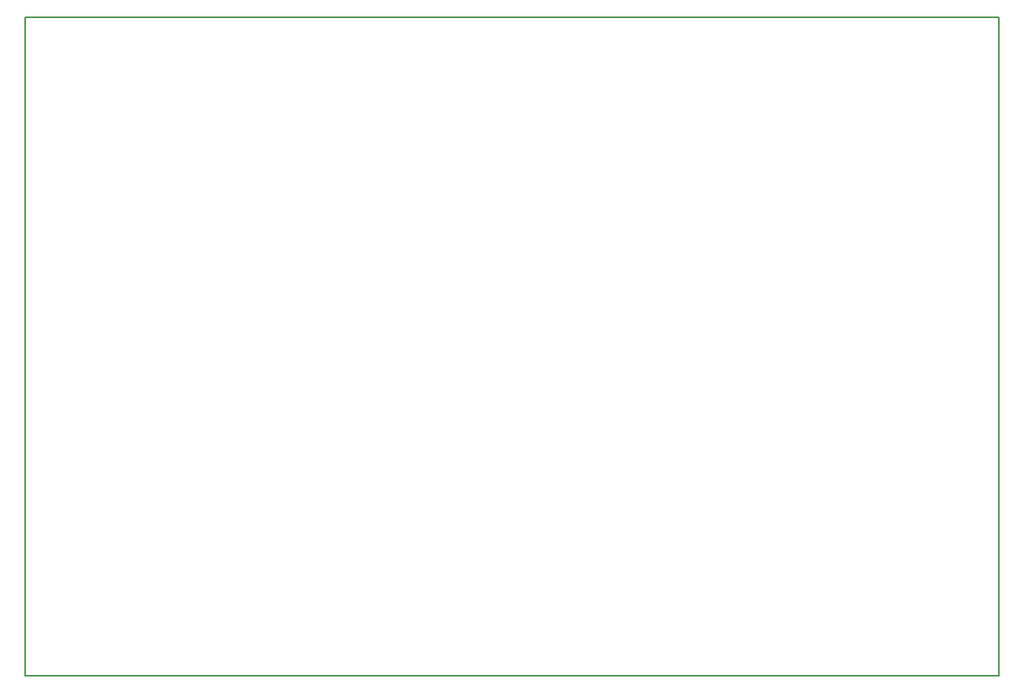
<source format=gm1>
%FSLAX24Y24*%
%MOIN*%
G70*
G01*
G75*
G04 Layer_Color=16711935*
%ADD10C,0.0650*%
%ADD11R,0.0402X0.0118*%
G04:AMPARAMS|DCode=12|XSize=105mil|YSize=105mil|CornerRadius=26.3mil|HoleSize=0mil|Usage=FLASHONLY|Rotation=180.000|XOffset=0mil|YOffset=0mil|HoleType=Round|Shape=RoundedRectangle|*
%AMROUNDEDRECTD12*
21,1,0.1050,0.0525,0,0,180.0*
21,1,0.0525,0.1050,0,0,180.0*
1,1,0.0525,-0.0263,0.0263*
1,1,0.0525,0.0263,0.0263*
1,1,0.0525,0.0263,-0.0263*
1,1,0.0525,-0.0263,-0.0263*
%
%ADD12ROUNDEDRECTD12*%
%ADD13C,0.0600*%
G04:AMPARAMS|DCode=14|XSize=50mil|YSize=50mil|CornerRadius=25mil|HoleSize=0mil|Usage=FLASHONLY|Rotation=90.000|XOffset=0mil|YOffset=0mil|HoleType=Round|Shape=RoundedRectangle|*
%AMROUNDEDRECTD14*
21,1,0.0500,0.0000,0,0,90.0*
21,1,0.0000,0.0500,0,0,90.0*
1,1,0.0500,0.0000,0.0000*
1,1,0.0500,0.0000,0.0000*
1,1,0.0500,0.0000,0.0000*
1,1,0.0500,0.0000,0.0000*
%
%ADD14ROUNDEDRECTD14*%
G04:AMPARAMS|DCode=15|XSize=29.1mil|YSize=39.4mil|CornerRadius=5.8mil|HoleSize=0mil|Usage=FLASHONLY|Rotation=90.000|XOffset=0mil|YOffset=0mil|HoleType=Round|Shape=RoundedRectangle|*
%AMROUNDEDRECTD15*
21,1,0.0291,0.0277,0,0,90.0*
21,1,0.0175,0.0394,0,0,90.0*
1,1,0.0117,0.0139,0.0087*
1,1,0.0117,0.0139,-0.0087*
1,1,0.0117,-0.0139,-0.0087*
1,1,0.0117,-0.0139,0.0087*
%
%ADD15ROUNDEDRECTD15*%
G04:AMPARAMS|DCode=16|XSize=29.1mil|YSize=39.4mil|CornerRadius=5.8mil|HoleSize=0mil|Usage=FLASHONLY|Rotation=180.000|XOffset=0mil|YOffset=0mil|HoleType=Round|Shape=RoundedRectangle|*
%AMROUNDEDRECTD16*
21,1,0.0291,0.0277,0,0,180.0*
21,1,0.0175,0.0394,0,0,180.0*
1,1,0.0117,-0.0087,0.0139*
1,1,0.0117,0.0087,0.0139*
1,1,0.0117,0.0087,-0.0139*
1,1,0.0117,-0.0087,-0.0139*
%
%ADD16ROUNDEDRECTD16*%
%ADD17R,0.1673X0.0465*%
G04:AMPARAMS|DCode=18|XSize=22mil|YSize=24mil|CornerRadius=4.4mil|HoleSize=0mil|Usage=FLASHONLY|Rotation=180.000|XOffset=0mil|YOffset=0mil|HoleType=Round|Shape=RoundedRectangle|*
%AMROUNDEDRECTD18*
21,1,0.0220,0.0152,0,0,180.0*
21,1,0.0132,0.0240,0,0,180.0*
1,1,0.0088,-0.0066,0.0076*
1,1,0.0088,0.0066,0.0076*
1,1,0.0088,0.0066,-0.0076*
1,1,0.0088,-0.0066,-0.0076*
%
%ADD18ROUNDEDRECTD18*%
G04:AMPARAMS|DCode=19|XSize=22mil|YSize=24mil|CornerRadius=4.4mil|HoleSize=0mil|Usage=FLASHONLY|Rotation=90.000|XOffset=0mil|YOffset=0mil|HoleType=Round|Shape=RoundedRectangle|*
%AMROUNDEDRECTD19*
21,1,0.0220,0.0152,0,0,90.0*
21,1,0.0132,0.0240,0,0,90.0*
1,1,0.0088,0.0076,0.0066*
1,1,0.0088,0.0076,-0.0066*
1,1,0.0088,-0.0076,-0.0066*
1,1,0.0088,-0.0076,0.0066*
%
%ADD19ROUNDEDRECTD19*%
G04:AMPARAMS|DCode=20|XSize=52mil|YSize=60mil|CornerRadius=13mil|HoleSize=0mil|Usage=FLASHONLY|Rotation=0.000|XOffset=0mil|YOffset=0mil|HoleType=Round|Shape=RoundedRectangle|*
%AMROUNDEDRECTD20*
21,1,0.0520,0.0340,0,0,0.0*
21,1,0.0260,0.0600,0,0,0.0*
1,1,0.0260,0.0130,-0.0170*
1,1,0.0260,-0.0130,-0.0170*
1,1,0.0260,-0.0130,0.0170*
1,1,0.0260,0.0130,0.0170*
%
%ADD20ROUNDEDRECTD20*%
G04:AMPARAMS|DCode=21|XSize=52mil|YSize=60mil|CornerRadius=13mil|HoleSize=0mil|Usage=FLASHONLY|Rotation=270.000|XOffset=0mil|YOffset=0mil|HoleType=Round|Shape=RoundedRectangle|*
%AMROUNDEDRECTD21*
21,1,0.0520,0.0340,0,0,270.0*
21,1,0.0260,0.0600,0,0,270.0*
1,1,0.0260,-0.0170,-0.0130*
1,1,0.0260,-0.0170,0.0130*
1,1,0.0260,0.0170,0.0130*
1,1,0.0260,0.0170,-0.0130*
%
%ADD21ROUNDEDRECTD21*%
%ADD22R,0.0433X0.0669*%
%ADD23R,0.0200X0.0260*%
%ADD24R,0.0543X0.0709*%
G04:AMPARAMS|DCode=25|XSize=63mil|YSize=71mil|CornerRadius=15.8mil|HoleSize=0mil|Usage=FLASHONLY|Rotation=270.000|XOffset=0mil|YOffset=0mil|HoleType=Round|Shape=RoundedRectangle|*
%AMROUNDEDRECTD25*
21,1,0.0630,0.0395,0,0,270.0*
21,1,0.0315,0.0710,0,0,270.0*
1,1,0.0315,-0.0198,-0.0158*
1,1,0.0315,-0.0198,0.0158*
1,1,0.0315,0.0198,0.0158*
1,1,0.0315,0.0198,-0.0158*
%
%ADD25ROUNDEDRECTD25*%
%ADD26R,0.0500X0.0150*%
%ADD27R,0.0790X0.0790*%
%ADD28R,0.0790X0.0790*%
%ADD29R,0.0280X0.0200*%
%ADD30R,0.0200X0.0280*%
%ADD31R,0.0360X0.0320*%
%ADD32R,0.1260X0.0630*%
%ADD33R,0.0240X0.0240*%
%ADD34R,0.0354X0.1299*%
%ADD35R,0.0420X0.0520*%
%ADD36R,0.0480X0.0480*%
%ADD37R,0.0480X0.0480*%
G04:AMPARAMS|DCode=38|XSize=40mil|YSize=40mil|CornerRadius=20mil|HoleSize=0mil|Usage=FLASHONLY|Rotation=0.000|XOffset=0mil|YOffset=0mil|HoleType=Round|Shape=RoundedRectangle|*
%AMROUNDEDRECTD38*
21,1,0.0400,0.0000,0,0,0.0*
21,1,0.0000,0.0400,0,0,0.0*
1,1,0.0400,0.0000,0.0000*
1,1,0.0400,0.0000,0.0000*
1,1,0.0400,0.0000,0.0000*
1,1,0.0400,0.0000,0.0000*
%
%ADD38ROUNDEDRECTD38*%
%ADD39R,0.0236X0.1319*%
%ADD40R,0.1370X0.1370*%
G04:AMPARAMS|DCode=41|XSize=11mil|YSize=31.5mil|CornerRadius=4.4mil|HoleSize=0mil|Usage=FLASHONLY|Rotation=0.000|XOffset=0mil|YOffset=0mil|HoleType=Round|Shape=RoundedRectangle|*
%AMROUNDEDRECTD41*
21,1,0.0110,0.0227,0,0,0.0*
21,1,0.0022,0.0315,0,0,0.0*
1,1,0.0088,0.0011,-0.0113*
1,1,0.0088,-0.0011,-0.0113*
1,1,0.0088,-0.0011,0.0113*
1,1,0.0088,0.0011,0.0113*
%
%ADD41ROUNDEDRECTD41*%
G04:AMPARAMS|DCode=42|XSize=11mil|YSize=31.5mil|CornerRadius=4.4mil|HoleSize=0mil|Usage=FLASHONLY|Rotation=270.000|XOffset=0mil|YOffset=0mil|HoleType=Round|Shape=RoundedRectangle|*
%AMROUNDEDRECTD42*
21,1,0.0110,0.0227,0,0,270.0*
21,1,0.0022,0.0315,0,0,270.0*
1,1,0.0088,-0.0113,-0.0011*
1,1,0.0088,-0.0113,0.0011*
1,1,0.0088,0.0113,0.0011*
1,1,0.0088,0.0113,-0.0011*
%
%ADD42ROUNDEDRECTD42*%
%ADD43R,0.1370X0.1370*%
%ADD44R,0.0120X0.0600*%
%ADD45R,0.0600X0.0120*%
%ADD46R,0.1970X0.1700*%
%ADD47R,0.0280X0.0560*%
%ADD48C,0.0080*%
%ADD49C,0.0200*%
%ADD50C,0.0240*%
%ADD51C,0.0070*%
%ADD52C,0.0100*%
%ADD53C,0.0500*%
%ADD54C,0.0400*%
%ADD55C,0.0120*%
%ADD56C,0.0160*%
%ADD57C,0.0250*%
%ADD58C,0.0600*%
%ADD59C,0.0320*%
%ADD60R,0.0551X0.0472*%
%ADD61R,0.1929X0.1457*%
%ADD62R,0.1575X0.0984*%
%ADD63R,0.1299X0.1063*%
%ADD64C,0.0800*%
%ADD65P,0.0671X8X22.5*%
G04:AMPARAMS|DCode=66|XSize=140mil|YSize=200mil|CornerRadius=0mil|HoleSize=0mil|Usage=FLASHONLY|Rotation=90.000|XOffset=0mil|YOffset=0mil|HoleType=Round|Shape=Octagon|*
%AMOCTAGOND66*
4,1,8,-0.1000,-0.0350,-0.1000,0.0350,-0.0650,0.0700,0.0650,0.0700,0.1000,0.0350,0.1000,-0.0350,0.0650,-0.0700,-0.0650,-0.0700,-0.1000,-0.0350,0.0*
%
%ADD66OCTAGOND66*%

G04:AMPARAMS|DCode=67|XSize=133.9mil|YSize=200mil|CornerRadius=0mil|HoleSize=0mil|Usage=FLASHONLY|Rotation=90.000|XOffset=0mil|YOffset=0mil|HoleType=Round|Shape=Octagon|*
%AMOCTAGOND67*
4,1,8,-0.1000,-0.0335,-0.1000,0.0335,-0.0665,0.0669,0.0665,0.0669,0.1000,0.0335,0.1000,-0.0335,0.0665,-0.0669,-0.0665,-0.0669,-0.1000,-0.0335,0.0*
%
%ADD67OCTAGOND67*%

%ADD68C,0.0840*%
%ADD69P,0.0909X8X22.5*%
%ADD70P,0.0909X8X112.5*%
%ADD71O,0.0825X0.1650*%
%ADD72O,0.1650X0.0825*%
%ADD73O,0.0600X0.1200*%
%ADD74C,0.1000*%
%ADD75C,0.0540*%
%ADD76C,0.1305*%
%ADD77R,0.0591X0.0591*%
%ADD78O,0.1024X0.0591*%
%ADD79C,0.0591*%
%ADD80O,0.1200X0.0600*%
%ADD81P,0.0758X8X292.5*%
%ADD82C,0.0360*%
%ADD83O,0.0540X0.0360*%
%ADD84C,0.0300*%
%ADD85C,0.0500*%
%ADD86C,0.0320*%
%ADD87C,0.0400*%
%ADD88C,0.1421*%
%ADD89C,0.0390*%
%ADD90C,0.0640*%
G04:AMPARAMS|DCode=91|XSize=98mil|YSize=98mil|CornerRadius=0mil|HoleSize=0mil|Usage=FLASHONLY|Rotation=0.000|XOffset=0mil|YOffset=0mil|HoleType=Round|Shape=Relief|Width=10mil|Gap=10mil|Entries=4|*
%AMTHD91*
7,0,0,0.0980,0.0780,0.0100,45*
%
%ADD91THD91*%
%ADD92C,0.0620*%
%ADD93C,0.1240*%
G04:AMPARAMS|DCode=94|XSize=100mil|YSize=100mil|CornerRadius=0mil|HoleSize=0mil|Usage=FLASHONLY|Rotation=0.000|XOffset=0mil|YOffset=0mil|HoleType=Round|Shape=Relief|Width=10mil|Gap=10mil|Entries=4|*
%AMTHD94*
7,0,0,0.1000,0.0800,0.0100,45*
%
%ADD94THD94*%
G04:AMPARAMS|DCode=95|XSize=115mil|YSize=115mil|CornerRadius=0mil|HoleSize=0mil|Usage=FLASHONLY|Rotation=0.000|XOffset=0mil|YOffset=0mil|HoleType=Round|Shape=Relief|Width=10mil|Gap=10mil|Entries=4|*
%AMTHD95*
7,0,0,0.1150,0.0950,0.0100,45*
%
%ADD95THD95*%
%ADD96C,0.0790*%
%ADD97C,0.1110*%
%ADD98C,0.0594*%
G04:AMPARAMS|DCode=99|XSize=95.433mil|YSize=95.433mil|CornerRadius=0mil|HoleSize=0mil|Usage=FLASHONLY|Rotation=0.000|XOffset=0mil|YOffset=0mil|HoleType=Round|Shape=Relief|Width=10mil|Gap=10mil|Entries=4|*
%AMTHD99*
7,0,0,0.0954,0.0754,0.0100,45*
%
%ADD99THD99*%
%ADD100C,0.0830*%
%ADD101C,0.0460*%
G04:AMPARAMS|DCode=102|XSize=82mil|YSize=82mil|CornerRadius=0mil|HoleSize=0mil|Usage=FLASHONLY|Rotation=0.000|XOffset=0mil|YOffset=0mil|HoleType=Round|Shape=Relief|Width=10mil|Gap=10mil|Entries=4|*
%AMTHD102*
7,0,0,0.0820,0.0620,0.0100,45*
%
%ADD102THD102*%
%ADD103C,0.0520*%
%ADD104C,0.1400*%
%ADD105C,0.1300*%
%ADD106C,0.1040*%
%ADD107C,0.0800*%
%ADD108R,0.3622X0.4331*%
%ADD109R,0.3583X0.4284*%
%ADD110R,0.3425X0.4284*%
%ADD111R,0.4094X0.4331*%
G04:AMPARAMS|DCode=112|XSize=50mil|YSize=50mil|CornerRadius=25mil|HoleSize=0mil|Usage=FLASHONLY|Rotation=180.000|XOffset=0mil|YOffset=0mil|HoleType=Round|Shape=RoundedRectangle|*
%AMROUNDEDRECTD112*
21,1,0.0500,0.0000,0,0,180.0*
21,1,0.0000,0.0500,0,0,180.0*
1,1,0.0500,0.0000,0.0000*
1,1,0.0500,0.0000,0.0000*
1,1,0.0500,0.0000,0.0000*
1,1,0.0500,0.0000,0.0000*
%
%ADD112ROUNDEDRECTD112*%
G04:AMPARAMS|DCode=113|XSize=46mil|YSize=63mil|CornerRadius=11.5mil|HoleSize=0mil|Usage=FLASHONLY|Rotation=90.000|XOffset=0mil|YOffset=0mil|HoleType=Round|Shape=RoundedRectangle|*
%AMROUNDEDRECTD113*
21,1,0.0460,0.0400,0,0,90.0*
21,1,0.0230,0.0630,0,0,90.0*
1,1,0.0230,0.0200,0.0115*
1,1,0.0230,0.0200,-0.0115*
1,1,0.0230,-0.0200,-0.0115*
1,1,0.0230,-0.0200,0.0115*
%
%ADD113ROUNDEDRECTD113*%
%ADD114C,0.0098*%
%ADD115C,0.0050*%
%ADD116C,0.0060*%
%ADD117C,0.0000*%
%ADD118C,0.0079*%
%ADD119C,0.0040*%
%ADD120R,0.0295X0.0879*%
%ADD121R,0.0879X0.0295*%
%ADD122R,0.2450X0.0492*%
%ADD123R,0.0119X0.0120*%
%ADD124R,0.0060X0.0120*%
%ADD125R,0.0059X0.0120*%
%ADD126R,0.0120X0.0119*%
%ADD127R,0.0120X0.0060*%
%ADD128R,0.0120X0.0059*%
%ADD129R,0.0382X0.0098*%
G04:AMPARAMS|DCode=130|XSize=103mil|YSize=103mil|CornerRadius=25.3mil|HoleSize=0mil|Usage=FLASHONLY|Rotation=180.000|XOffset=0mil|YOffset=0mil|HoleType=Round|Shape=RoundedRectangle|*
%AMROUNDEDRECTD130*
21,1,0.1030,0.0525,0,0,180.0*
21,1,0.0525,0.1030,0,0,180.0*
1,1,0.0505,-0.0263,0.0263*
1,1,0.0505,0.0263,0.0263*
1,1,0.0505,0.0263,-0.0263*
1,1,0.0505,-0.0263,-0.0263*
%
%ADD130ROUNDEDRECTD130*%
G04:AMPARAMS|DCode=131|XSize=48mil|YSize=48mil|CornerRadius=24mil|HoleSize=0mil|Usage=FLASHONLY|Rotation=90.000|XOffset=0mil|YOffset=0mil|HoleType=Round|Shape=RoundedRectangle|*
%AMROUNDEDRECTD131*
21,1,0.0480,0.0000,0,0,90.0*
21,1,0.0000,0.0480,0,0,90.0*
1,1,0.0480,0.0000,0.0000*
1,1,0.0480,0.0000,0.0000*
1,1,0.0480,0.0000,0.0000*
1,1,0.0480,0.0000,0.0000*
%
%ADD131ROUNDEDRECTD131*%
G04:AMPARAMS|DCode=132|XSize=27.1mil|YSize=37.4mil|CornerRadius=4.8mil|HoleSize=0mil|Usage=FLASHONLY|Rotation=90.000|XOffset=0mil|YOffset=0mil|HoleType=Round|Shape=RoundedRectangle|*
%AMROUNDEDRECTD132*
21,1,0.0271,0.0277,0,0,90.0*
21,1,0.0175,0.0374,0,0,90.0*
1,1,0.0097,0.0139,0.0087*
1,1,0.0097,0.0139,-0.0087*
1,1,0.0097,-0.0139,-0.0087*
1,1,0.0097,-0.0139,0.0087*
%
%ADD132ROUNDEDRECTD132*%
G04:AMPARAMS|DCode=133|XSize=27.1mil|YSize=37.4mil|CornerRadius=4.8mil|HoleSize=0mil|Usage=FLASHONLY|Rotation=180.000|XOffset=0mil|YOffset=0mil|HoleType=Round|Shape=RoundedRectangle|*
%AMROUNDEDRECTD133*
21,1,0.0271,0.0277,0,0,180.0*
21,1,0.0175,0.0374,0,0,180.0*
1,1,0.0097,-0.0087,0.0139*
1,1,0.0097,0.0087,0.0139*
1,1,0.0097,0.0087,-0.0139*
1,1,0.0097,-0.0087,-0.0139*
%
%ADD133ROUNDEDRECTD133*%
%ADD134R,0.1653X0.0445*%
G04:AMPARAMS|DCode=135|XSize=20mil|YSize=22mil|CornerRadius=3.4mil|HoleSize=0mil|Usage=FLASHONLY|Rotation=180.000|XOffset=0mil|YOffset=0mil|HoleType=Round|Shape=RoundedRectangle|*
%AMROUNDEDRECTD135*
21,1,0.0200,0.0152,0,0,180.0*
21,1,0.0132,0.0220,0,0,180.0*
1,1,0.0068,-0.0066,0.0076*
1,1,0.0068,0.0066,0.0076*
1,1,0.0068,0.0066,-0.0076*
1,1,0.0068,-0.0066,-0.0076*
%
%ADD135ROUNDEDRECTD135*%
G04:AMPARAMS|DCode=136|XSize=20mil|YSize=22mil|CornerRadius=3.4mil|HoleSize=0mil|Usage=FLASHONLY|Rotation=90.000|XOffset=0mil|YOffset=0mil|HoleType=Round|Shape=RoundedRectangle|*
%AMROUNDEDRECTD136*
21,1,0.0200,0.0152,0,0,90.0*
21,1,0.0132,0.0220,0,0,90.0*
1,1,0.0068,0.0076,0.0066*
1,1,0.0068,0.0076,-0.0066*
1,1,0.0068,-0.0076,-0.0066*
1,1,0.0068,-0.0076,0.0066*
%
%ADD136ROUNDEDRECTD136*%
G04:AMPARAMS|DCode=137|XSize=50mil|YSize=58mil|CornerRadius=12mil|HoleSize=0mil|Usage=FLASHONLY|Rotation=0.000|XOffset=0mil|YOffset=0mil|HoleType=Round|Shape=RoundedRectangle|*
%AMROUNDEDRECTD137*
21,1,0.0500,0.0340,0,0,0.0*
21,1,0.0260,0.0580,0,0,0.0*
1,1,0.0240,0.0130,-0.0170*
1,1,0.0240,-0.0130,-0.0170*
1,1,0.0240,-0.0130,0.0170*
1,1,0.0240,0.0130,0.0170*
%
%ADD137ROUNDEDRECTD137*%
G04:AMPARAMS|DCode=138|XSize=50mil|YSize=58mil|CornerRadius=12mil|HoleSize=0mil|Usage=FLASHONLY|Rotation=270.000|XOffset=0mil|YOffset=0mil|HoleType=Round|Shape=RoundedRectangle|*
%AMROUNDEDRECTD138*
21,1,0.0500,0.0340,0,0,270.0*
21,1,0.0260,0.0580,0,0,270.0*
1,1,0.0240,-0.0170,-0.0130*
1,1,0.0240,-0.0170,0.0130*
1,1,0.0240,0.0170,0.0130*
1,1,0.0240,0.0170,-0.0130*
%
%ADD138ROUNDEDRECTD138*%
%ADD139R,0.0413X0.0649*%
%ADD140R,0.0180X0.0240*%
%ADD141R,0.0523X0.0689*%
G04:AMPARAMS|DCode=142|XSize=61mil|YSize=69mil|CornerRadius=14.8mil|HoleSize=0mil|Usage=FLASHONLY|Rotation=270.000|XOffset=0mil|YOffset=0mil|HoleType=Round|Shape=RoundedRectangle|*
%AMROUNDEDRECTD142*
21,1,0.0610,0.0395,0,0,270.0*
21,1,0.0315,0.0690,0,0,270.0*
1,1,0.0295,-0.0198,-0.0158*
1,1,0.0295,-0.0198,0.0158*
1,1,0.0295,0.0198,0.0158*
1,1,0.0295,0.0198,-0.0158*
%
%ADD142ROUNDEDRECTD142*%
%ADD143R,0.0480X0.0130*%
%ADD144R,0.0770X0.0770*%
%ADD145R,0.0770X0.0770*%
%ADD146R,0.0260X0.0180*%
%ADD147R,0.0180X0.0260*%
%ADD148R,0.0340X0.0300*%
%ADD149R,0.1240X0.0610*%
%ADD150R,0.0220X0.0220*%
%ADD151R,0.0334X0.1279*%
%ADD152R,0.0400X0.0500*%
%ADD153R,0.0460X0.0460*%
%ADD154R,0.0460X0.0460*%
%ADD155R,0.0216X0.1299*%
G04:AMPARAMS|DCode=156|XSize=9mil|YSize=29.5mil|CornerRadius=3.4mil|HoleSize=0mil|Usage=FLASHONLY|Rotation=0.000|XOffset=0mil|YOffset=0mil|HoleType=Round|Shape=RoundedRectangle|*
%AMROUNDEDRECTD156*
21,1,0.0090,0.0227,0,0,0.0*
21,1,0.0022,0.0295,0,0,0.0*
1,1,0.0068,0.0011,-0.0113*
1,1,0.0068,-0.0011,-0.0113*
1,1,0.0068,-0.0011,0.0113*
1,1,0.0068,0.0011,0.0113*
%
%ADD156ROUNDEDRECTD156*%
G04:AMPARAMS|DCode=157|XSize=9mil|YSize=29.5mil|CornerRadius=3.4mil|HoleSize=0mil|Usage=FLASHONLY|Rotation=270.000|XOffset=0mil|YOffset=0mil|HoleType=Round|Shape=RoundedRectangle|*
%AMROUNDEDRECTD157*
21,1,0.0090,0.0227,0,0,270.0*
21,1,0.0022,0.0295,0,0,270.0*
1,1,0.0068,-0.0113,-0.0011*
1,1,0.0068,-0.0113,0.0011*
1,1,0.0068,0.0113,0.0011*
1,1,0.0068,0.0113,-0.0011*
%
%ADD157ROUNDEDRECTD157*%
%ADD158R,0.0100X0.0580*%
%ADD159R,0.0580X0.0100*%
%ADD160R,0.1950X0.1680*%
%ADD161R,0.0260X0.0540*%
%ADD162C,0.0394*%
%ADD163C,0.0150*%
%ADD164R,0.0530X0.0170*%
%ADD165R,0.0460X0.0130*%
%ADD166R,0.0482X0.0198*%
G04:AMPARAMS|DCode=167|XSize=56mil|YSize=56mil|CornerRadius=28mil|HoleSize=0mil|Usage=FLASHONLY|Rotation=90.000|XOffset=0mil|YOffset=0mil|HoleType=Round|Shape=RoundedRectangle|*
%AMROUNDEDRECTD167*
21,1,0.0560,0.0000,0,0,90.0*
21,1,0.0000,0.0560,0,0,90.0*
1,1,0.0560,0.0000,0.0000*
1,1,0.0560,0.0000,0.0000*
1,1,0.0560,0.0000,0.0000*
1,1,0.0560,0.0000,0.0000*
%
%ADD167ROUNDEDRECTD167*%
G04:AMPARAMS|DCode=168|XSize=35.1mil|YSize=45.4mil|CornerRadius=8.8mil|HoleSize=0mil|Usage=FLASHONLY|Rotation=90.000|XOffset=0mil|YOffset=0mil|HoleType=Round|Shape=RoundedRectangle|*
%AMROUNDEDRECTD168*
21,1,0.0351,0.0277,0,0,90.0*
21,1,0.0175,0.0454,0,0,90.0*
1,1,0.0177,0.0139,0.0087*
1,1,0.0177,0.0139,-0.0087*
1,1,0.0177,-0.0139,-0.0087*
1,1,0.0177,-0.0139,0.0087*
%
%ADD168ROUNDEDRECTD168*%
G04:AMPARAMS|DCode=169|XSize=35.1mil|YSize=45.4mil|CornerRadius=8.8mil|HoleSize=0mil|Usage=FLASHONLY|Rotation=180.000|XOffset=0mil|YOffset=0mil|HoleType=Round|Shape=RoundedRectangle|*
%AMROUNDEDRECTD169*
21,1,0.0351,0.0277,0,0,180.0*
21,1,0.0175,0.0454,0,0,180.0*
1,1,0.0177,-0.0087,0.0139*
1,1,0.0177,0.0087,0.0139*
1,1,0.0177,0.0087,-0.0139*
1,1,0.0177,-0.0087,-0.0139*
%
%ADD169ROUNDEDRECTD169*%
%ADD170R,0.1733X0.0525*%
G04:AMPARAMS|DCode=171|XSize=28mil|YSize=30mil|CornerRadius=7.4mil|HoleSize=0mil|Usage=FLASHONLY|Rotation=180.000|XOffset=0mil|YOffset=0mil|HoleType=Round|Shape=RoundedRectangle|*
%AMROUNDEDRECTD171*
21,1,0.0280,0.0152,0,0,180.0*
21,1,0.0132,0.0300,0,0,180.0*
1,1,0.0148,-0.0066,0.0076*
1,1,0.0148,0.0066,0.0076*
1,1,0.0148,0.0066,-0.0076*
1,1,0.0148,-0.0066,-0.0076*
%
%ADD171ROUNDEDRECTD171*%
G04:AMPARAMS|DCode=172|XSize=28mil|YSize=30mil|CornerRadius=7.4mil|HoleSize=0mil|Usage=FLASHONLY|Rotation=90.000|XOffset=0mil|YOffset=0mil|HoleType=Round|Shape=RoundedRectangle|*
%AMROUNDEDRECTD172*
21,1,0.0280,0.0152,0,0,90.0*
21,1,0.0132,0.0300,0,0,90.0*
1,1,0.0148,0.0076,0.0066*
1,1,0.0148,0.0076,-0.0066*
1,1,0.0148,-0.0076,-0.0066*
1,1,0.0148,-0.0076,0.0066*
%
%ADD172ROUNDEDRECTD172*%
G04:AMPARAMS|DCode=173|XSize=58mil|YSize=66mil|CornerRadius=16mil|HoleSize=0mil|Usage=FLASHONLY|Rotation=0.000|XOffset=0mil|YOffset=0mil|HoleType=Round|Shape=RoundedRectangle|*
%AMROUNDEDRECTD173*
21,1,0.0580,0.0340,0,0,0.0*
21,1,0.0260,0.0660,0,0,0.0*
1,1,0.0320,0.0130,-0.0170*
1,1,0.0320,-0.0130,-0.0170*
1,1,0.0320,-0.0130,0.0170*
1,1,0.0320,0.0130,0.0170*
%
%ADD173ROUNDEDRECTD173*%
G04:AMPARAMS|DCode=174|XSize=58mil|YSize=66mil|CornerRadius=16mil|HoleSize=0mil|Usage=FLASHONLY|Rotation=270.000|XOffset=0mil|YOffset=0mil|HoleType=Round|Shape=RoundedRectangle|*
%AMROUNDEDRECTD174*
21,1,0.0580,0.0340,0,0,270.0*
21,1,0.0260,0.0660,0,0,270.0*
1,1,0.0320,-0.0170,-0.0130*
1,1,0.0320,-0.0170,0.0130*
1,1,0.0320,0.0170,0.0130*
1,1,0.0320,0.0170,-0.0130*
%
%ADD174ROUNDEDRECTD174*%
%ADD175R,0.0493X0.0729*%
%ADD176R,0.0260X0.0320*%
%ADD177R,0.0603X0.0769*%
G04:AMPARAMS|DCode=178|XSize=69mil|YSize=77mil|CornerRadius=18.8mil|HoleSize=0mil|Usage=FLASHONLY|Rotation=270.000|XOffset=0mil|YOffset=0mil|HoleType=Round|Shape=RoundedRectangle|*
%AMROUNDEDRECTD178*
21,1,0.0690,0.0395,0,0,270.0*
21,1,0.0315,0.0770,0,0,270.0*
1,1,0.0375,-0.0198,-0.0158*
1,1,0.0375,-0.0198,0.0158*
1,1,0.0375,0.0198,0.0158*
1,1,0.0375,0.0198,-0.0158*
%
%ADD178ROUNDEDRECTD178*%
%ADD179R,0.0560X0.0210*%
%ADD180R,0.0850X0.0850*%
%ADD181R,0.0850X0.0850*%
%ADD182R,0.0340X0.0260*%
%ADD183R,0.0260X0.0340*%
%ADD184R,0.0420X0.0380*%
%ADD185R,0.1320X0.0690*%
%ADD186R,0.0300X0.0300*%
%ADD187R,0.0414X0.1359*%
%ADD188R,0.0480X0.0580*%
%ADD189R,0.0540X0.0540*%
%ADD190R,0.0540X0.0540*%
G04:AMPARAMS|DCode=191|XSize=80mil|YSize=80mil|CornerRadius=40mil|HoleSize=0mil|Usage=FLASHONLY|Rotation=0.000|XOffset=0mil|YOffset=0mil|HoleType=Round|Shape=RoundedRectangle|*
%AMROUNDEDRECTD191*
21,1,0.0800,0.0000,0,0,0.0*
21,1,0.0000,0.0800,0,0,0.0*
1,1,0.0800,0.0000,0.0000*
1,1,0.0800,0.0000,0.0000*
1,1,0.0800,0.0000,0.0000*
1,1,0.0800,0.0000,0.0000*
%
%ADD191ROUNDEDRECTD191*%
%ADD192R,0.0296X0.1379*%
G04:AMPARAMS|DCode=193|XSize=15mil|YSize=35.4mil|CornerRadius=6.4mil|HoleSize=0mil|Usage=FLASHONLY|Rotation=0.000|XOffset=0mil|YOffset=0mil|HoleType=Round|Shape=RoundedRectangle|*
%AMROUNDEDRECTD193*
21,1,0.0150,0.0227,0,0,0.0*
21,1,0.0022,0.0354,0,0,0.0*
1,1,0.0128,0.0011,-0.0113*
1,1,0.0128,-0.0011,-0.0113*
1,1,0.0128,-0.0011,0.0113*
1,1,0.0128,0.0011,0.0113*
%
%ADD193ROUNDEDRECTD193*%
G04:AMPARAMS|DCode=194|XSize=15mil|YSize=35.4mil|CornerRadius=6.4mil|HoleSize=0mil|Usage=FLASHONLY|Rotation=270.000|XOffset=0mil|YOffset=0mil|HoleType=Round|Shape=RoundedRectangle|*
%AMROUNDEDRECTD194*
21,1,0.0150,0.0227,0,0,270.0*
21,1,0.0022,0.0354,0,0,270.0*
1,1,0.0128,-0.0113,-0.0011*
1,1,0.0128,-0.0113,0.0011*
1,1,0.0128,0.0113,0.0011*
1,1,0.0128,0.0113,-0.0011*
%
%ADD194ROUNDEDRECTD194*%
%ADD195R,0.0200X0.0680*%
%ADD196R,0.0680X0.0200*%
%ADD197R,0.0340X0.0620*%
%ADD198C,0.0860*%
%ADD199C,0.0660*%
%ADD200P,0.0736X8X22.5*%
G04:AMPARAMS|DCode=201|XSize=146mil|YSize=206mil|CornerRadius=0mil|HoleSize=0mil|Usage=FLASHONLY|Rotation=90.000|XOffset=0mil|YOffset=0mil|HoleType=Round|Shape=Octagon|*
%AMOCTAGOND201*
4,1,8,-0.1030,-0.0365,-0.1030,0.0365,-0.0665,0.0730,0.0665,0.0730,0.1030,0.0365,0.1030,-0.0365,0.0665,-0.0730,-0.0665,-0.0730,-0.1030,-0.0365,0.0*
%
%ADD201OCTAGOND201*%

G04:AMPARAMS|DCode=202|XSize=139.9mil|YSize=206mil|CornerRadius=0mil|HoleSize=0mil|Usage=FLASHONLY|Rotation=90.000|XOffset=0mil|YOffset=0mil|HoleType=Round|Shape=Octagon|*
%AMOCTAGOND202*
4,1,8,-0.1030,-0.0350,-0.1030,0.0350,-0.0680,0.0699,0.0680,0.0699,0.1030,0.0350,0.1030,-0.0350,0.0680,-0.0699,-0.0680,-0.0699,-0.1030,-0.0350,0.0*
%
%ADD202OCTAGOND202*%

%ADD203C,0.0900*%
%ADD204P,0.0974X8X22.5*%
%ADD205P,0.0974X8X112.5*%
%ADD206O,0.0885X0.1710*%
%ADD207O,0.1710X0.0885*%
%ADD208O,0.0660X0.1260*%
%ADD209C,0.1060*%
%ADD210C,0.1365*%
%ADD211R,0.0651X0.0651*%
%ADD212O,0.1084X0.0651*%
%ADD213C,0.0651*%
%ADD214O,0.1260X0.0660*%
%ADD215P,0.0823X8X292.5*%
%ADD216C,0.0420*%
%ADD217O,0.0600X0.0420*%
%ADD218C,0.0080*%
%ADD219C,0.0180*%
%ADD220R,0.0704X0.0354*%
G04:AMPARAMS|DCode=221|XSize=56mil|YSize=56mil|CornerRadius=28mil|HoleSize=0mil|Usage=FLASHONLY|Rotation=180.000|XOffset=0mil|YOffset=0mil|HoleType=Round|Shape=RoundedRectangle|*
%AMROUNDEDRECTD221*
21,1,0.0560,0.0000,0,0,180.0*
21,1,0.0000,0.0560,0,0,180.0*
1,1,0.0560,0.0000,0.0000*
1,1,0.0560,0.0000,0.0000*
1,1,0.0560,0.0000,0.0000*
1,1,0.0560,0.0000,0.0000*
%
%ADD221ROUNDEDRECTD221*%
G04:AMPARAMS|DCode=222|XSize=52mil|YSize=69mil|CornerRadius=14.5mil|HoleSize=0mil|Usage=FLASHONLY|Rotation=90.000|XOffset=0mil|YOffset=0mil|HoleType=Round|Shape=RoundedRectangle|*
%AMROUNDEDRECTD222*
21,1,0.0520,0.0400,0,0,90.0*
21,1,0.0230,0.0690,0,0,90.0*
1,1,0.0290,0.0200,0.0115*
1,1,0.0290,0.0200,-0.0115*
1,1,0.0290,-0.0200,-0.0115*
1,1,0.0290,-0.0200,0.0115*
%
%ADD222ROUNDEDRECTD222*%
G04:AMPARAMS|DCode=223|XSize=48mil|YSize=48mil|CornerRadius=24mil|HoleSize=0mil|Usage=FLASHONLY|Rotation=180.000|XOffset=0mil|YOffset=0mil|HoleType=Round|Shape=RoundedRectangle|*
%AMROUNDEDRECTD223*
21,1,0.0480,0.0000,0,0,180.0*
21,1,0.0000,0.0480,0,0,180.0*
1,1,0.0480,0.0000,0.0000*
1,1,0.0480,0.0000,0.0000*
1,1,0.0480,0.0000,0.0000*
1,1,0.0480,0.0000,0.0000*
%
%ADD223ROUNDEDRECTD223*%
G04:AMPARAMS|DCode=224|XSize=44mil|YSize=61mil|CornerRadius=10.5mil|HoleSize=0mil|Usage=FLASHONLY|Rotation=90.000|XOffset=0mil|YOffset=0mil|HoleType=Round|Shape=RoundedRectangle|*
%AMROUNDEDRECTD224*
21,1,0.0440,0.0400,0,0,90.0*
21,1,0.0230,0.0610,0,0,90.0*
1,1,0.0210,0.0200,0.0115*
1,1,0.0210,0.0200,-0.0115*
1,1,0.0210,-0.0200,-0.0115*
1,1,0.0210,-0.0200,0.0115*
%
%ADD224ROUNDEDRECTD224*%
D48*
X9843Y37795D02*
X51181D01*
X9843Y9843D02*
X51181D01*
X9843D02*
Y37795D01*
X51181Y9843D02*
Y37795D01*
M02*

</source>
